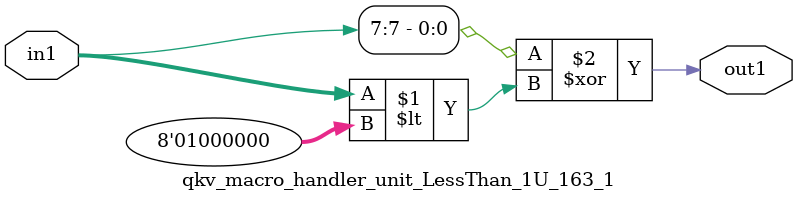
<source format=v>

`timescale 1ps / 1ps


module qkv_macro_handler_unit_LessThan_1U_163_1( in1, out1 );

    input [7:0] in1;
    output out1;

    
    // rtl_process:qkv_macro_handler_unit_LessThan_1U_163_1/qkv_macro_handler_unit_LessThan_1U_163_1_thread_1
    assign out1 = (in1[7] ^ in1 < 8'd064);

endmodule


</source>
